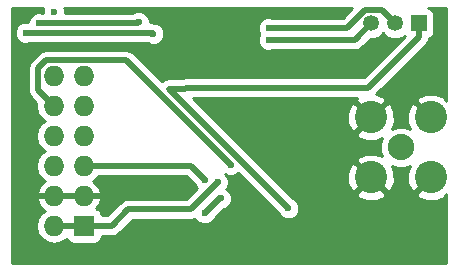
<source format=gbr>
G04 #@! TF.FileFunction,Copper,L2,Bot,Signal*
%FSLAX46Y46*%
G04 Gerber Fmt 4.6, Leading zero omitted, Abs format (unit mm)*
G04 Created by KiCad (PCBNEW 4.0.5+dfsg1-4) date Sun Nov 25 22:45:50 2018*
%MOMM*%
%LPD*%
G01*
G04 APERTURE LIST*
%ADD10C,0.100000*%
%ADD11C,2.740000*%
%ADD12C,2.240000*%
%ADD13R,1.727200X1.727200*%
%ADD14O,1.727200X1.727200*%
%ADD15R,1.350000X1.350000*%
%ADD16C,1.350000*%
%ADD17C,0.600000*%
%ADD18C,0.500000*%
%ADD19C,0.254000*%
G04 APERTURE END LIST*
D10*
D11*
X124960000Y-113040000D03*
X130040000Y-113040000D03*
X130040000Y-107960000D03*
X124960000Y-107960000D03*
D12*
X127500000Y-110500000D03*
D13*
X100665000Y-117145000D03*
D14*
X98125000Y-117145000D03*
X100665000Y-114605000D03*
X98125000Y-114605000D03*
X100665000Y-112065000D03*
X98125000Y-112065000D03*
X100665000Y-109525000D03*
X98125000Y-109525000D03*
X100665000Y-106985000D03*
X98125000Y-106985000D03*
X100665000Y-104445000D03*
X98125000Y-104445000D03*
D15*
X129000000Y-100000000D03*
D16*
X127000000Y-100000000D03*
X125000000Y-100000000D03*
D17*
X111975000Y-113450000D03*
X110900000Y-116075000D03*
X112250000Y-114825000D03*
X110875000Y-113225000D03*
X98100000Y-99000000D03*
X113075000Y-111950000D03*
X106550000Y-100875000D03*
X95725000Y-100800000D03*
X105300000Y-99875000D03*
X96850000Y-100000000D03*
X117975000Y-115650000D03*
X116300000Y-100400000D03*
X116300000Y-101400000D03*
D18*
X98125000Y-117145000D02*
X100665000Y-117145000D01*
X104425000Y-115725000D02*
X103005000Y-117145000D01*
X103005000Y-117145000D02*
X100665000Y-117145000D01*
X109700000Y-115725000D02*
X104425000Y-115725000D01*
X111975000Y-113450000D02*
X109700000Y-115725000D01*
X112250000Y-114825000D02*
X112150000Y-114825000D01*
X112150000Y-114825000D02*
X110900000Y-116075000D01*
X100665000Y-112065000D02*
X109715000Y-112065000D01*
X109715000Y-112065000D02*
X110875000Y-113225000D01*
X113075000Y-111950000D02*
X104256399Y-103131399D01*
X104256399Y-103131399D02*
X97494471Y-103131399D01*
X97261401Y-106121401D02*
X98125000Y-106985000D01*
X97494471Y-103131399D02*
X96811399Y-103814471D01*
X96811399Y-103814471D02*
X96811399Y-105671399D01*
X96811399Y-105671399D02*
X97261401Y-106121401D01*
X95725000Y-100800000D02*
X106475000Y-100800000D01*
X106475000Y-100800000D02*
X106550000Y-100875000D01*
X96850000Y-100000000D02*
X105175000Y-100000000D01*
X105175000Y-100000000D02*
X105300000Y-99875000D01*
X129000000Y-100000000D02*
X129000000Y-101175000D01*
X129000000Y-101175000D02*
X124725000Y-105450000D01*
X124725000Y-105450000D02*
X109325000Y-105450000D01*
X109325000Y-105450000D02*
X109250000Y-105525000D01*
X109250000Y-105525000D02*
X107850000Y-105525000D01*
X107850000Y-105525000D02*
X117975000Y-115650000D01*
X116300000Y-100400000D02*
X122934998Y-100400000D01*
X122934998Y-100400000D02*
X124459999Y-98874999D01*
X124459999Y-98874999D02*
X125874999Y-98874999D01*
X125874999Y-98874999D02*
X126325001Y-99325001D01*
X126325001Y-99325001D02*
X127000000Y-100000000D01*
X116300000Y-101400000D02*
X123600000Y-101400000D01*
X123600000Y-101400000D02*
X125000000Y-100000000D01*
D19*
G36*
X95000000Y-98710000D02*
X97208015Y-98710000D01*
X97165162Y-98813201D01*
X97164899Y-99115000D01*
X97156822Y-99115000D01*
X97036799Y-99065162D01*
X96664833Y-99064838D01*
X96321057Y-99206883D01*
X96057808Y-99469673D01*
X95915162Y-99813201D01*
X95915116Y-99866539D01*
X95911799Y-99865162D01*
X95539833Y-99864838D01*
X95196057Y-100006883D01*
X94932808Y-100269673D01*
X94790162Y-100613201D01*
X94789838Y-100985167D01*
X94931883Y-101328943D01*
X95194673Y-101592192D01*
X95538201Y-101734838D01*
X95910167Y-101735162D01*
X96031569Y-101685000D01*
X106062559Y-101685000D01*
X106363201Y-101809838D01*
X106735167Y-101810162D01*
X107078943Y-101668117D01*
X107342192Y-101405327D01*
X107484838Y-101061799D01*
X107485162Y-100689833D01*
X107343117Y-100346057D01*
X107080327Y-100082808D01*
X106736799Y-99940162D01*
X106600905Y-99940044D01*
X106475000Y-99914999D01*
X106474995Y-99915000D01*
X106234966Y-99915000D01*
X106235162Y-99689833D01*
X106093117Y-99346057D01*
X105830327Y-99082808D01*
X105486799Y-98940162D01*
X105114833Y-98939838D01*
X104771057Y-99081883D01*
X104737882Y-99115000D01*
X99034901Y-99115000D01*
X99035162Y-98814833D01*
X98991846Y-98710000D01*
X123373419Y-98710000D01*
X122568418Y-99515000D01*
X116606822Y-99515000D01*
X116486799Y-99465162D01*
X116114833Y-99464838D01*
X115771057Y-99606883D01*
X115507808Y-99869673D01*
X115365162Y-100213201D01*
X115364838Y-100585167D01*
X115495069Y-100900351D01*
X115365162Y-101213201D01*
X115364838Y-101585167D01*
X115506883Y-101928943D01*
X115769673Y-102192192D01*
X116113201Y-102334838D01*
X116485167Y-102335162D01*
X116606569Y-102285000D01*
X123599995Y-102285000D01*
X123600000Y-102285001D01*
X123882484Y-102228810D01*
X123938675Y-102217633D01*
X124225790Y-102025790D01*
X124941630Y-101309949D01*
X125259432Y-101310226D01*
X125741086Y-101111211D01*
X126000129Y-100852620D01*
X126256976Y-101109916D01*
X126738282Y-101309772D01*
X127259432Y-101310226D01*
X127741086Y-101111211D01*
X127808077Y-101044337D01*
X127835879Y-101087542D01*
X124358420Y-104565000D01*
X109325005Y-104565000D01*
X109325000Y-104564999D01*
X109042516Y-104621190D01*
X108986325Y-104632367D01*
X108974901Y-104640000D01*
X107850005Y-104640000D01*
X107850000Y-104639999D01*
X107567516Y-104696190D01*
X107511325Y-104707367D01*
X107255130Y-104878550D01*
X104882189Y-102505609D01*
X104595074Y-102313766D01*
X104538883Y-102302589D01*
X104256399Y-102246398D01*
X104256394Y-102246399D01*
X97494476Y-102246399D01*
X97494471Y-102246398D01*
X97211987Y-102302589D01*
X97155796Y-102313766D01*
X96868681Y-102505609D01*
X96868679Y-102505612D01*
X96185609Y-103188681D01*
X95993766Y-103475796D01*
X95993766Y-103475797D01*
X95926398Y-103814471D01*
X95926399Y-103814476D01*
X95926399Y-105671394D01*
X95926398Y-105671399D01*
X95964645Y-105863674D01*
X95993766Y-106010074D01*
X96165860Y-106267633D01*
X96185609Y-106297189D01*
X96635609Y-106747188D01*
X96635611Y-106747191D01*
X96642895Y-106754475D01*
X96597041Y-106985000D01*
X96711115Y-107558489D01*
X97035971Y-108044670D01*
X97350752Y-108255000D01*
X97035971Y-108465330D01*
X96711115Y-108951511D01*
X96597041Y-109525000D01*
X96711115Y-110098489D01*
X97035971Y-110584670D01*
X97350752Y-110795000D01*
X97035971Y-111005330D01*
X96711115Y-111491511D01*
X96597041Y-112065000D01*
X96711115Y-112638489D01*
X97035971Y-113124670D01*
X97359228Y-113340664D01*
X97236510Y-113398179D01*
X96842312Y-113830053D01*
X96670042Y-114245974D01*
X96791183Y-114478000D01*
X97998000Y-114478000D01*
X97998000Y-114458000D01*
X98252000Y-114458000D01*
X98252000Y-114478000D01*
X100538000Y-114478000D01*
X100538000Y-114458000D01*
X100792000Y-114458000D01*
X100792000Y-114478000D01*
X101998817Y-114478000D01*
X102119958Y-114245974D01*
X101947688Y-113830053D01*
X101553490Y-113398179D01*
X101430772Y-113340664D01*
X101754029Y-113124670D01*
X101870740Y-112950000D01*
X109348420Y-112950000D01*
X110032255Y-113633834D01*
X110081883Y-113753943D01*
X110250533Y-113922888D01*
X109333420Y-114840000D01*
X104425005Y-114840000D01*
X104425000Y-114839999D01*
X104086325Y-114907367D01*
X103799210Y-115099210D01*
X103799208Y-115099213D01*
X102638420Y-116260000D01*
X102172013Y-116260000D01*
X102131762Y-116046083D01*
X101992690Y-115829959D01*
X101780490Y-115684969D01*
X101686625Y-115665961D01*
X101947688Y-115379947D01*
X102119958Y-114964026D01*
X101998817Y-114732000D01*
X100792000Y-114732000D01*
X100792000Y-114752000D01*
X100538000Y-114752000D01*
X100538000Y-114732000D01*
X98252000Y-114732000D01*
X98252000Y-114752000D01*
X97998000Y-114752000D01*
X97998000Y-114732000D01*
X96791183Y-114732000D01*
X96670042Y-114964026D01*
X96842312Y-115379947D01*
X97236510Y-115811821D01*
X97359228Y-115869336D01*
X97035971Y-116085330D01*
X96711115Y-116571511D01*
X96597041Y-117145000D01*
X96711115Y-117718489D01*
X97035971Y-118204670D01*
X97522152Y-118529526D01*
X98095641Y-118643600D01*
X98154359Y-118643600D01*
X98727848Y-118529526D01*
X99193442Y-118218426D01*
X99198238Y-118243917D01*
X99337310Y-118460041D01*
X99549510Y-118605031D01*
X99801400Y-118656040D01*
X101528600Y-118656040D01*
X101763917Y-118611762D01*
X101980041Y-118472690D01*
X102125031Y-118260490D01*
X102171706Y-118030000D01*
X103004995Y-118030000D01*
X103005000Y-118030001D01*
X103287484Y-117973810D01*
X103343675Y-117962633D01*
X103630790Y-117770790D01*
X104791579Y-116610000D01*
X109699995Y-116610000D01*
X109700000Y-116610001D01*
X109982484Y-116553810D01*
X110038675Y-116542633D01*
X110072274Y-116520183D01*
X110106883Y-116603943D01*
X110369673Y-116867192D01*
X110713201Y-117009838D01*
X111085167Y-117010162D01*
X111428943Y-116868117D01*
X111692192Y-116605327D01*
X111742566Y-116484014D01*
X112488421Y-115738158D01*
X112778943Y-115618117D01*
X113042192Y-115355327D01*
X113184838Y-115011799D01*
X113185162Y-114639833D01*
X113043117Y-114296057D01*
X112780327Y-114032808D01*
X112733922Y-114013539D01*
X112767192Y-113980327D01*
X112909838Y-113636799D01*
X112910162Y-113264833D01*
X112768117Y-112921057D01*
X112621346Y-112774030D01*
X112888201Y-112884838D01*
X113260167Y-112885162D01*
X113603943Y-112743117D01*
X113710333Y-112636912D01*
X117132255Y-116058834D01*
X117181883Y-116178943D01*
X117444673Y-116442192D01*
X117788201Y-116584838D01*
X118160167Y-116585162D01*
X118503943Y-116443117D01*
X118767192Y-116180327D01*
X118909838Y-115836799D01*
X118910162Y-115464833D01*
X118768117Y-115121057D01*
X118505327Y-114857808D01*
X118384013Y-114807434D01*
X118036626Y-114460046D01*
X123719559Y-114460046D01*
X123863469Y-114765312D01*
X124607186Y-115053605D01*
X125404615Y-115035344D01*
X126056531Y-114765312D01*
X126200441Y-114460046D01*
X124960000Y-113219605D01*
X123719559Y-114460046D01*
X118036626Y-114460046D01*
X116263766Y-112687186D01*
X122946395Y-112687186D01*
X122964656Y-113484615D01*
X123234688Y-114136531D01*
X123539954Y-114280441D01*
X124780395Y-113040000D01*
X123539954Y-111799559D01*
X123234688Y-111943469D01*
X122946395Y-112687186D01*
X116263766Y-112687186D01*
X111183766Y-107607186D01*
X122946395Y-107607186D01*
X122964656Y-108404615D01*
X123234688Y-109056531D01*
X123539954Y-109200441D01*
X124780395Y-107960000D01*
X123539954Y-106719559D01*
X123234688Y-106863469D01*
X122946395Y-107607186D01*
X111183766Y-107607186D01*
X109911580Y-106335000D01*
X123816179Y-106335000D01*
X123719559Y-106539954D01*
X124960000Y-107780395D01*
X126200441Y-106539954D01*
X126056531Y-106234688D01*
X125433430Y-105993150D01*
X129625787Y-101800792D01*
X129625790Y-101800790D01*
X129817633Y-101513675D01*
X129839460Y-101403943D01*
X129862698Y-101287122D01*
X129910317Y-101278162D01*
X130126441Y-101139090D01*
X130271431Y-100926890D01*
X130322440Y-100675000D01*
X130322440Y-99325000D01*
X130278162Y-99089683D01*
X130139090Y-98873559D01*
X129926890Y-98728569D01*
X129835194Y-98710000D01*
X131290000Y-98710000D01*
X131290000Y-106530392D01*
X131280440Y-106539952D01*
X131136531Y-106234688D01*
X130392814Y-105946395D01*
X129595385Y-105964656D01*
X128943469Y-106234688D01*
X128799559Y-106539954D01*
X130040000Y-107780395D01*
X130054143Y-107766253D01*
X130233748Y-107945858D01*
X130219605Y-107960000D01*
X130233748Y-107974143D01*
X130054143Y-108153748D01*
X130040000Y-108139605D01*
X130025858Y-108153748D01*
X129846253Y-107974143D01*
X129860395Y-107960000D01*
X128619954Y-106719559D01*
X128314688Y-106863469D01*
X128026395Y-107607186D01*
X128044656Y-108404615D01*
X128255394Y-108913381D01*
X127850623Y-108745306D01*
X127152441Y-108744697D01*
X126740156Y-108915049D01*
X126973605Y-108312814D01*
X126955344Y-107515385D01*
X126685312Y-106863469D01*
X126380046Y-106719559D01*
X125139605Y-107960000D01*
X125153748Y-107974143D01*
X124974143Y-108153748D01*
X124960000Y-108139605D01*
X123719559Y-109380046D01*
X123863469Y-109685312D01*
X124607186Y-109973605D01*
X125404615Y-109955344D01*
X125913381Y-109744606D01*
X125745306Y-110149377D01*
X125744697Y-110847559D01*
X125915049Y-111259844D01*
X125312814Y-111026395D01*
X124515385Y-111044656D01*
X123863469Y-111314688D01*
X123719559Y-111619954D01*
X124960000Y-112860395D01*
X124974143Y-112846253D01*
X125153748Y-113025858D01*
X125139605Y-113040000D01*
X126380046Y-114280441D01*
X126685312Y-114136531D01*
X126973605Y-113392814D01*
X126955344Y-112595385D01*
X126744606Y-112086619D01*
X127149377Y-112254694D01*
X127847559Y-112255303D01*
X128259844Y-112084951D01*
X128026395Y-112687186D01*
X128044656Y-113484615D01*
X128314688Y-114136531D01*
X128619954Y-114280441D01*
X129860395Y-113040000D01*
X129846253Y-113025858D01*
X130025858Y-112846253D01*
X130040000Y-112860395D01*
X130054143Y-112846253D01*
X130233748Y-113025858D01*
X130219605Y-113040000D01*
X130233748Y-113054143D01*
X130054143Y-113233748D01*
X130040000Y-113219605D01*
X128799559Y-114460046D01*
X128943469Y-114765312D01*
X129687186Y-115053605D01*
X130484615Y-115035344D01*
X131136531Y-114765312D01*
X131280440Y-114460048D01*
X131290000Y-114469608D01*
X131290000Y-120290000D01*
X94610000Y-120290000D01*
X94610000Y-98710000D01*
X94900000Y-98710000D01*
X94950000Y-98700054D01*
X95000000Y-98710000D01*
X95000000Y-98710000D01*
G37*
X95000000Y-98710000D02*
X97208015Y-98710000D01*
X97165162Y-98813201D01*
X97164899Y-99115000D01*
X97156822Y-99115000D01*
X97036799Y-99065162D01*
X96664833Y-99064838D01*
X96321057Y-99206883D01*
X96057808Y-99469673D01*
X95915162Y-99813201D01*
X95915116Y-99866539D01*
X95911799Y-99865162D01*
X95539833Y-99864838D01*
X95196057Y-100006883D01*
X94932808Y-100269673D01*
X94790162Y-100613201D01*
X94789838Y-100985167D01*
X94931883Y-101328943D01*
X95194673Y-101592192D01*
X95538201Y-101734838D01*
X95910167Y-101735162D01*
X96031569Y-101685000D01*
X106062559Y-101685000D01*
X106363201Y-101809838D01*
X106735167Y-101810162D01*
X107078943Y-101668117D01*
X107342192Y-101405327D01*
X107484838Y-101061799D01*
X107485162Y-100689833D01*
X107343117Y-100346057D01*
X107080327Y-100082808D01*
X106736799Y-99940162D01*
X106600905Y-99940044D01*
X106475000Y-99914999D01*
X106474995Y-99915000D01*
X106234966Y-99915000D01*
X106235162Y-99689833D01*
X106093117Y-99346057D01*
X105830327Y-99082808D01*
X105486799Y-98940162D01*
X105114833Y-98939838D01*
X104771057Y-99081883D01*
X104737882Y-99115000D01*
X99034901Y-99115000D01*
X99035162Y-98814833D01*
X98991846Y-98710000D01*
X123373419Y-98710000D01*
X122568418Y-99515000D01*
X116606822Y-99515000D01*
X116486799Y-99465162D01*
X116114833Y-99464838D01*
X115771057Y-99606883D01*
X115507808Y-99869673D01*
X115365162Y-100213201D01*
X115364838Y-100585167D01*
X115495069Y-100900351D01*
X115365162Y-101213201D01*
X115364838Y-101585167D01*
X115506883Y-101928943D01*
X115769673Y-102192192D01*
X116113201Y-102334838D01*
X116485167Y-102335162D01*
X116606569Y-102285000D01*
X123599995Y-102285000D01*
X123600000Y-102285001D01*
X123882484Y-102228810D01*
X123938675Y-102217633D01*
X124225790Y-102025790D01*
X124941630Y-101309949D01*
X125259432Y-101310226D01*
X125741086Y-101111211D01*
X126000129Y-100852620D01*
X126256976Y-101109916D01*
X126738282Y-101309772D01*
X127259432Y-101310226D01*
X127741086Y-101111211D01*
X127808077Y-101044337D01*
X127835879Y-101087542D01*
X124358420Y-104565000D01*
X109325005Y-104565000D01*
X109325000Y-104564999D01*
X109042516Y-104621190D01*
X108986325Y-104632367D01*
X108974901Y-104640000D01*
X107850005Y-104640000D01*
X107850000Y-104639999D01*
X107567516Y-104696190D01*
X107511325Y-104707367D01*
X107255130Y-104878550D01*
X104882189Y-102505609D01*
X104595074Y-102313766D01*
X104538883Y-102302589D01*
X104256399Y-102246398D01*
X104256394Y-102246399D01*
X97494476Y-102246399D01*
X97494471Y-102246398D01*
X97211987Y-102302589D01*
X97155796Y-102313766D01*
X96868681Y-102505609D01*
X96868679Y-102505612D01*
X96185609Y-103188681D01*
X95993766Y-103475796D01*
X95993766Y-103475797D01*
X95926398Y-103814471D01*
X95926399Y-103814476D01*
X95926399Y-105671394D01*
X95926398Y-105671399D01*
X95964645Y-105863674D01*
X95993766Y-106010074D01*
X96165860Y-106267633D01*
X96185609Y-106297189D01*
X96635609Y-106747188D01*
X96635611Y-106747191D01*
X96642895Y-106754475D01*
X96597041Y-106985000D01*
X96711115Y-107558489D01*
X97035971Y-108044670D01*
X97350752Y-108255000D01*
X97035971Y-108465330D01*
X96711115Y-108951511D01*
X96597041Y-109525000D01*
X96711115Y-110098489D01*
X97035971Y-110584670D01*
X97350752Y-110795000D01*
X97035971Y-111005330D01*
X96711115Y-111491511D01*
X96597041Y-112065000D01*
X96711115Y-112638489D01*
X97035971Y-113124670D01*
X97359228Y-113340664D01*
X97236510Y-113398179D01*
X96842312Y-113830053D01*
X96670042Y-114245974D01*
X96791183Y-114478000D01*
X97998000Y-114478000D01*
X97998000Y-114458000D01*
X98252000Y-114458000D01*
X98252000Y-114478000D01*
X100538000Y-114478000D01*
X100538000Y-114458000D01*
X100792000Y-114458000D01*
X100792000Y-114478000D01*
X101998817Y-114478000D01*
X102119958Y-114245974D01*
X101947688Y-113830053D01*
X101553490Y-113398179D01*
X101430772Y-113340664D01*
X101754029Y-113124670D01*
X101870740Y-112950000D01*
X109348420Y-112950000D01*
X110032255Y-113633834D01*
X110081883Y-113753943D01*
X110250533Y-113922888D01*
X109333420Y-114840000D01*
X104425005Y-114840000D01*
X104425000Y-114839999D01*
X104086325Y-114907367D01*
X103799210Y-115099210D01*
X103799208Y-115099213D01*
X102638420Y-116260000D01*
X102172013Y-116260000D01*
X102131762Y-116046083D01*
X101992690Y-115829959D01*
X101780490Y-115684969D01*
X101686625Y-115665961D01*
X101947688Y-115379947D01*
X102119958Y-114964026D01*
X101998817Y-114732000D01*
X100792000Y-114732000D01*
X100792000Y-114752000D01*
X100538000Y-114752000D01*
X100538000Y-114732000D01*
X98252000Y-114732000D01*
X98252000Y-114752000D01*
X97998000Y-114752000D01*
X97998000Y-114732000D01*
X96791183Y-114732000D01*
X96670042Y-114964026D01*
X96842312Y-115379947D01*
X97236510Y-115811821D01*
X97359228Y-115869336D01*
X97035971Y-116085330D01*
X96711115Y-116571511D01*
X96597041Y-117145000D01*
X96711115Y-117718489D01*
X97035971Y-118204670D01*
X97522152Y-118529526D01*
X98095641Y-118643600D01*
X98154359Y-118643600D01*
X98727848Y-118529526D01*
X99193442Y-118218426D01*
X99198238Y-118243917D01*
X99337310Y-118460041D01*
X99549510Y-118605031D01*
X99801400Y-118656040D01*
X101528600Y-118656040D01*
X101763917Y-118611762D01*
X101980041Y-118472690D01*
X102125031Y-118260490D01*
X102171706Y-118030000D01*
X103004995Y-118030000D01*
X103005000Y-118030001D01*
X103287484Y-117973810D01*
X103343675Y-117962633D01*
X103630790Y-117770790D01*
X104791579Y-116610000D01*
X109699995Y-116610000D01*
X109700000Y-116610001D01*
X109982484Y-116553810D01*
X110038675Y-116542633D01*
X110072274Y-116520183D01*
X110106883Y-116603943D01*
X110369673Y-116867192D01*
X110713201Y-117009838D01*
X111085167Y-117010162D01*
X111428943Y-116868117D01*
X111692192Y-116605327D01*
X111742566Y-116484014D01*
X112488421Y-115738158D01*
X112778943Y-115618117D01*
X113042192Y-115355327D01*
X113184838Y-115011799D01*
X113185162Y-114639833D01*
X113043117Y-114296057D01*
X112780327Y-114032808D01*
X112733922Y-114013539D01*
X112767192Y-113980327D01*
X112909838Y-113636799D01*
X112910162Y-113264833D01*
X112768117Y-112921057D01*
X112621346Y-112774030D01*
X112888201Y-112884838D01*
X113260167Y-112885162D01*
X113603943Y-112743117D01*
X113710333Y-112636912D01*
X117132255Y-116058834D01*
X117181883Y-116178943D01*
X117444673Y-116442192D01*
X117788201Y-116584838D01*
X118160167Y-116585162D01*
X118503943Y-116443117D01*
X118767192Y-116180327D01*
X118909838Y-115836799D01*
X118910162Y-115464833D01*
X118768117Y-115121057D01*
X118505327Y-114857808D01*
X118384013Y-114807434D01*
X118036626Y-114460046D01*
X123719559Y-114460046D01*
X123863469Y-114765312D01*
X124607186Y-115053605D01*
X125404615Y-115035344D01*
X126056531Y-114765312D01*
X126200441Y-114460046D01*
X124960000Y-113219605D01*
X123719559Y-114460046D01*
X118036626Y-114460046D01*
X116263766Y-112687186D01*
X122946395Y-112687186D01*
X122964656Y-113484615D01*
X123234688Y-114136531D01*
X123539954Y-114280441D01*
X124780395Y-113040000D01*
X123539954Y-111799559D01*
X123234688Y-111943469D01*
X122946395Y-112687186D01*
X116263766Y-112687186D01*
X111183766Y-107607186D01*
X122946395Y-107607186D01*
X122964656Y-108404615D01*
X123234688Y-109056531D01*
X123539954Y-109200441D01*
X124780395Y-107960000D01*
X123539954Y-106719559D01*
X123234688Y-106863469D01*
X122946395Y-107607186D01*
X111183766Y-107607186D01*
X109911580Y-106335000D01*
X123816179Y-106335000D01*
X123719559Y-106539954D01*
X124960000Y-107780395D01*
X126200441Y-106539954D01*
X126056531Y-106234688D01*
X125433430Y-105993150D01*
X129625787Y-101800792D01*
X129625790Y-101800790D01*
X129817633Y-101513675D01*
X129839460Y-101403943D01*
X129862698Y-101287122D01*
X129910317Y-101278162D01*
X130126441Y-101139090D01*
X130271431Y-100926890D01*
X130322440Y-100675000D01*
X130322440Y-99325000D01*
X130278162Y-99089683D01*
X130139090Y-98873559D01*
X129926890Y-98728569D01*
X129835194Y-98710000D01*
X131290000Y-98710000D01*
X131290000Y-106530392D01*
X131280440Y-106539952D01*
X131136531Y-106234688D01*
X130392814Y-105946395D01*
X129595385Y-105964656D01*
X128943469Y-106234688D01*
X128799559Y-106539954D01*
X130040000Y-107780395D01*
X130054143Y-107766253D01*
X130233748Y-107945858D01*
X130219605Y-107960000D01*
X130233748Y-107974143D01*
X130054143Y-108153748D01*
X130040000Y-108139605D01*
X130025858Y-108153748D01*
X129846253Y-107974143D01*
X129860395Y-107960000D01*
X128619954Y-106719559D01*
X128314688Y-106863469D01*
X128026395Y-107607186D01*
X128044656Y-108404615D01*
X128255394Y-108913381D01*
X127850623Y-108745306D01*
X127152441Y-108744697D01*
X126740156Y-108915049D01*
X126973605Y-108312814D01*
X126955344Y-107515385D01*
X126685312Y-106863469D01*
X126380046Y-106719559D01*
X125139605Y-107960000D01*
X125153748Y-107974143D01*
X124974143Y-108153748D01*
X124960000Y-108139605D01*
X123719559Y-109380046D01*
X123863469Y-109685312D01*
X124607186Y-109973605D01*
X125404615Y-109955344D01*
X125913381Y-109744606D01*
X125745306Y-110149377D01*
X125744697Y-110847559D01*
X125915049Y-111259844D01*
X125312814Y-111026395D01*
X124515385Y-111044656D01*
X123863469Y-111314688D01*
X123719559Y-111619954D01*
X124960000Y-112860395D01*
X124974143Y-112846253D01*
X125153748Y-113025858D01*
X125139605Y-113040000D01*
X126380046Y-114280441D01*
X126685312Y-114136531D01*
X126973605Y-113392814D01*
X126955344Y-112595385D01*
X126744606Y-112086619D01*
X127149377Y-112254694D01*
X127847559Y-112255303D01*
X128259844Y-112084951D01*
X128026395Y-112687186D01*
X128044656Y-113484615D01*
X128314688Y-114136531D01*
X128619954Y-114280441D01*
X129860395Y-113040000D01*
X129846253Y-113025858D01*
X130025858Y-112846253D01*
X130040000Y-112860395D01*
X130054143Y-112846253D01*
X130233748Y-113025858D01*
X130219605Y-113040000D01*
X130233748Y-113054143D01*
X130054143Y-113233748D01*
X130040000Y-113219605D01*
X128799559Y-114460046D01*
X128943469Y-114765312D01*
X129687186Y-115053605D01*
X130484615Y-115035344D01*
X131136531Y-114765312D01*
X131280440Y-114460048D01*
X131290000Y-114469608D01*
X131290000Y-120290000D01*
X94610000Y-120290000D01*
X94610000Y-98710000D01*
X94900000Y-98710000D01*
X94950000Y-98700054D01*
X95000000Y-98710000D01*
M02*

</source>
